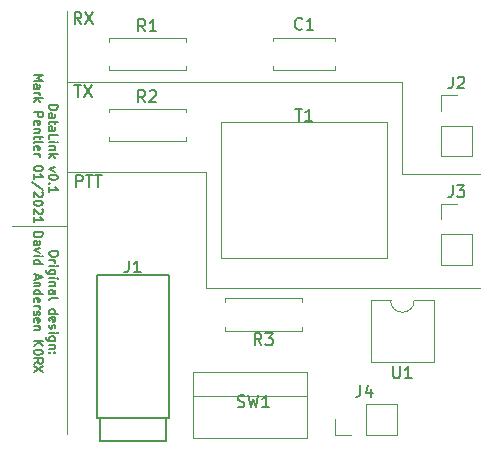
<source format=gbr>
%TF.GenerationSoftware,KiCad,Pcbnew,(5.1.5)-3*%
%TF.CreationDate,2021-04-08T15:18:11+01:00*%
%TF.ProjectId,Data Mode Radio Cable,44617461-204d-46f6-9465-20526164696f,rev?*%
%TF.SameCoordinates,PX2dc6c00PY4d3f640*%
%TF.FileFunction,Legend,Top*%
%TF.FilePolarity,Positive*%
%FSLAX46Y46*%
G04 Gerber Fmt 4.6, Leading zero omitted, Abs format (unit mm)*
G04 Created by KiCad (PCBNEW (5.1.5)-3) date 2021-04-08 15:18:11*
%MOMM*%
%LPD*%
G04 APERTURE LIST*
%ADD10C,0.120000*%
%ADD11C,0.187500*%
%ADD12C,0.150000*%
G04 APERTURE END LIST*
D10*
X5000000Y18200000D02*
X400000Y18200000D01*
X5000000Y600000D02*
X5000000Y36400000D01*
D11*
X4266964Y15960715D02*
X4266964Y15817858D01*
X4231250Y15746429D01*
X4159821Y15675000D01*
X4016964Y15639286D01*
X3766964Y15639286D01*
X3624107Y15675000D01*
X3552678Y15746429D01*
X3516964Y15817858D01*
X3516964Y15960715D01*
X3552678Y16032143D01*
X3624107Y16103572D01*
X3766964Y16139286D01*
X4016964Y16139286D01*
X4159821Y16103572D01*
X4231250Y16032143D01*
X4266964Y15960715D01*
X3516964Y15317858D02*
X4016964Y15317858D01*
X3874107Y15317858D02*
X3945535Y15282143D01*
X3981250Y15246429D01*
X4016964Y15175000D01*
X4016964Y15103572D01*
X3516964Y14853572D02*
X4016964Y14853572D01*
X4266964Y14853572D02*
X4231250Y14889286D01*
X4195535Y14853572D01*
X4231250Y14817858D01*
X4266964Y14853572D01*
X4195535Y14853572D01*
X4016964Y14175000D02*
X3409821Y14175000D01*
X3338392Y14210715D01*
X3302678Y14246429D01*
X3266964Y14317858D01*
X3266964Y14425000D01*
X3302678Y14496429D01*
X3552678Y14175000D02*
X3516964Y14246429D01*
X3516964Y14389286D01*
X3552678Y14460715D01*
X3588392Y14496429D01*
X3659821Y14532143D01*
X3874107Y14532143D01*
X3945535Y14496429D01*
X3981250Y14460715D01*
X4016964Y14389286D01*
X4016964Y14246429D01*
X3981250Y14175000D01*
X3516964Y13817858D02*
X4016964Y13817858D01*
X4266964Y13817858D02*
X4231250Y13853572D01*
X4195535Y13817858D01*
X4231250Y13782143D01*
X4266964Y13817858D01*
X4195535Y13817858D01*
X4016964Y13460715D02*
X3516964Y13460715D01*
X3945535Y13460715D02*
X3981250Y13425000D01*
X4016964Y13353572D01*
X4016964Y13246429D01*
X3981250Y13175000D01*
X3909821Y13139286D01*
X3516964Y13139286D01*
X3516964Y12460715D02*
X3909821Y12460715D01*
X3981250Y12496429D01*
X4016964Y12567858D01*
X4016964Y12710715D01*
X3981250Y12782143D01*
X3552678Y12460715D02*
X3516964Y12532143D01*
X3516964Y12710715D01*
X3552678Y12782143D01*
X3624107Y12817858D01*
X3695535Y12817858D01*
X3766964Y12782143D01*
X3802678Y12710715D01*
X3802678Y12532143D01*
X3838392Y12460715D01*
X3516964Y11996429D02*
X3552678Y12067858D01*
X3624107Y12103572D01*
X4266964Y12103572D01*
X3516964Y10817858D02*
X4266964Y10817858D01*
X3552678Y10817858D02*
X3516964Y10889286D01*
X3516964Y11032143D01*
X3552678Y11103572D01*
X3588392Y11139286D01*
X3659821Y11175000D01*
X3874107Y11175000D01*
X3945535Y11139286D01*
X3981250Y11103572D01*
X4016964Y11032143D01*
X4016964Y10889286D01*
X3981250Y10817858D01*
X3552678Y10175000D02*
X3516964Y10246429D01*
X3516964Y10389286D01*
X3552678Y10460715D01*
X3624107Y10496429D01*
X3909821Y10496429D01*
X3981250Y10460715D01*
X4016964Y10389286D01*
X4016964Y10246429D01*
X3981250Y10175000D01*
X3909821Y10139286D01*
X3838392Y10139286D01*
X3766964Y10496429D01*
X3552678Y9853572D02*
X3516964Y9782143D01*
X3516964Y9639286D01*
X3552678Y9567858D01*
X3624107Y9532143D01*
X3659821Y9532143D01*
X3731250Y9567858D01*
X3766964Y9639286D01*
X3766964Y9746429D01*
X3802678Y9817858D01*
X3874107Y9853572D01*
X3909821Y9853572D01*
X3981250Y9817858D01*
X4016964Y9746429D01*
X4016964Y9639286D01*
X3981250Y9567858D01*
X3516964Y9210715D02*
X4016964Y9210715D01*
X4266964Y9210715D02*
X4231250Y9246429D01*
X4195535Y9210715D01*
X4231250Y9175000D01*
X4266964Y9210715D01*
X4195535Y9210715D01*
X4016964Y8532143D02*
X3409821Y8532143D01*
X3338392Y8567858D01*
X3302678Y8603572D01*
X3266964Y8675000D01*
X3266964Y8782143D01*
X3302678Y8853572D01*
X3552678Y8532143D02*
X3516964Y8603572D01*
X3516964Y8746429D01*
X3552678Y8817858D01*
X3588392Y8853572D01*
X3659821Y8889286D01*
X3874107Y8889286D01*
X3945535Y8853572D01*
X3981250Y8817858D01*
X4016964Y8746429D01*
X4016964Y8603572D01*
X3981250Y8532143D01*
X4016964Y8175000D02*
X3516964Y8175000D01*
X3945535Y8175000D02*
X3981250Y8139286D01*
X4016964Y8067858D01*
X4016964Y7960715D01*
X3981250Y7889286D01*
X3909821Y7853572D01*
X3516964Y7853572D01*
X3588392Y7496429D02*
X3552678Y7460715D01*
X3516964Y7496429D01*
X3552678Y7532143D01*
X3588392Y7496429D01*
X3516964Y7496429D01*
X3981250Y7496429D02*
X3945535Y7460715D01*
X3909821Y7496429D01*
X3945535Y7532143D01*
X3981250Y7496429D01*
X3909821Y7496429D01*
X2204464Y17692858D02*
X2954464Y17692858D01*
X2954464Y17514286D01*
X2918750Y17407143D01*
X2847321Y17335715D01*
X2775892Y17300000D01*
X2633035Y17264286D01*
X2525892Y17264286D01*
X2383035Y17300000D01*
X2311607Y17335715D01*
X2240178Y17407143D01*
X2204464Y17514286D01*
X2204464Y17692858D01*
X2204464Y16621429D02*
X2597321Y16621429D01*
X2668750Y16657143D01*
X2704464Y16728572D01*
X2704464Y16871429D01*
X2668750Y16942858D01*
X2240178Y16621429D02*
X2204464Y16692858D01*
X2204464Y16871429D01*
X2240178Y16942858D01*
X2311607Y16978572D01*
X2383035Y16978572D01*
X2454464Y16942858D01*
X2490178Y16871429D01*
X2490178Y16692858D01*
X2525892Y16621429D01*
X2704464Y16335715D02*
X2204464Y16157143D01*
X2704464Y15978572D01*
X2204464Y15692858D02*
X2704464Y15692858D01*
X2954464Y15692858D02*
X2918750Y15728572D01*
X2883035Y15692858D01*
X2918750Y15657143D01*
X2954464Y15692858D01*
X2883035Y15692858D01*
X2204464Y15014286D02*
X2954464Y15014286D01*
X2240178Y15014286D02*
X2204464Y15085715D01*
X2204464Y15228572D01*
X2240178Y15300000D01*
X2275892Y15335715D01*
X2347321Y15371429D01*
X2561607Y15371429D01*
X2633035Y15335715D01*
X2668750Y15300000D01*
X2704464Y15228572D01*
X2704464Y15085715D01*
X2668750Y15014286D01*
X2418750Y14121429D02*
X2418750Y13764286D01*
X2204464Y14192858D02*
X2954464Y13942858D01*
X2204464Y13692858D01*
X2704464Y13442858D02*
X2204464Y13442858D01*
X2633035Y13442858D02*
X2668750Y13407143D01*
X2704464Y13335715D01*
X2704464Y13228572D01*
X2668750Y13157143D01*
X2597321Y13121429D01*
X2204464Y13121429D01*
X2204464Y12442858D02*
X2954464Y12442858D01*
X2240178Y12442858D02*
X2204464Y12514286D01*
X2204464Y12657143D01*
X2240178Y12728572D01*
X2275892Y12764286D01*
X2347321Y12800000D01*
X2561607Y12800000D01*
X2633035Y12764286D01*
X2668750Y12728572D01*
X2704464Y12657143D01*
X2704464Y12514286D01*
X2668750Y12442858D01*
X2240178Y11800000D02*
X2204464Y11871429D01*
X2204464Y12014286D01*
X2240178Y12085715D01*
X2311607Y12121429D01*
X2597321Y12121429D01*
X2668750Y12085715D01*
X2704464Y12014286D01*
X2704464Y11871429D01*
X2668750Y11800000D01*
X2597321Y11764286D01*
X2525892Y11764286D01*
X2454464Y12121429D01*
X2204464Y11442858D02*
X2704464Y11442858D01*
X2561607Y11442858D02*
X2633035Y11407143D01*
X2668750Y11371429D01*
X2704464Y11300000D01*
X2704464Y11228572D01*
X2240178Y11014286D02*
X2204464Y10942858D01*
X2204464Y10800000D01*
X2240178Y10728572D01*
X2311607Y10692858D01*
X2347321Y10692858D01*
X2418750Y10728572D01*
X2454464Y10800000D01*
X2454464Y10907143D01*
X2490178Y10978572D01*
X2561607Y11014286D01*
X2597321Y11014286D01*
X2668750Y10978572D01*
X2704464Y10907143D01*
X2704464Y10800000D01*
X2668750Y10728572D01*
X2240178Y10085715D02*
X2204464Y10157143D01*
X2204464Y10300000D01*
X2240178Y10371429D01*
X2311607Y10407143D01*
X2597321Y10407143D01*
X2668750Y10371429D01*
X2704464Y10300000D01*
X2704464Y10157143D01*
X2668750Y10085715D01*
X2597321Y10050000D01*
X2525892Y10050000D01*
X2454464Y10407143D01*
X2704464Y9728572D02*
X2204464Y9728572D01*
X2633035Y9728572D02*
X2668750Y9692858D01*
X2704464Y9621429D01*
X2704464Y9514286D01*
X2668750Y9442858D01*
X2597321Y9407143D01*
X2204464Y9407143D01*
X2204464Y8478572D02*
X2954464Y8478572D01*
X2204464Y8050000D02*
X2633035Y8371429D01*
X2954464Y8050000D02*
X2525892Y8478572D01*
X2954464Y7585715D02*
X2954464Y7514286D01*
X2918750Y7442858D01*
X2883035Y7407143D01*
X2811607Y7371429D01*
X2668750Y7335715D01*
X2490178Y7335715D01*
X2347321Y7371429D01*
X2275892Y7407143D01*
X2240178Y7442858D01*
X2204464Y7514286D01*
X2204464Y7585715D01*
X2240178Y7657143D01*
X2275892Y7692858D01*
X2347321Y7728572D01*
X2490178Y7764286D01*
X2668750Y7764286D01*
X2811607Y7728572D01*
X2883035Y7692858D01*
X2918750Y7657143D01*
X2954464Y7585715D01*
X2204464Y6585715D02*
X2561607Y6835715D01*
X2204464Y7014286D02*
X2954464Y7014286D01*
X2954464Y6728572D01*
X2918750Y6657143D01*
X2883035Y6621429D01*
X2811607Y6585715D01*
X2704464Y6585715D01*
X2633035Y6621429D01*
X2597321Y6657143D01*
X2561607Y6728572D01*
X2561607Y7014286D01*
X2954464Y6335715D02*
X2204464Y5835715D01*
X2954464Y5835715D02*
X2204464Y6335715D01*
D12*
X5776190Y21547620D02*
X5776190Y22547620D01*
X6157142Y22547620D01*
X6252380Y22500000D01*
X6300000Y22452381D01*
X6347619Y22357143D01*
X6347619Y22214286D01*
X6300000Y22119048D01*
X6252380Y22071429D01*
X6157142Y22023810D01*
X5776190Y22023810D01*
X6633333Y22547620D02*
X7204761Y22547620D01*
X6919047Y21547620D02*
X6919047Y22547620D01*
X7395238Y22547620D02*
X7966666Y22547620D01*
X7680952Y21547620D02*
X7680952Y22547620D01*
D10*
X16800000Y13000000D02*
X40000000Y13000000D01*
X16800000Y22800000D02*
X16800000Y13000000D01*
X5000000Y22800000D02*
X16800000Y22800000D01*
D12*
X5638095Y30147620D02*
X6209523Y30147620D01*
X5923809Y29147620D02*
X5923809Y30147620D01*
X6447619Y30147620D02*
X7114285Y29147620D01*
X7114285Y30147620D02*
X6447619Y29147620D01*
X6233333Y35347620D02*
X5900000Y35823810D01*
X5661904Y35347620D02*
X5661904Y36347620D01*
X6042857Y36347620D01*
X6138095Y36300000D01*
X6185714Y36252381D01*
X6233333Y36157143D01*
X6233333Y36014286D01*
X6185714Y35919048D01*
X6138095Y35871429D01*
X6042857Y35823810D01*
X5661904Y35823810D01*
X6566666Y36347620D02*
X7233333Y35347620D01*
X7233333Y36347620D02*
X6566666Y35347620D01*
D10*
X33400000Y22600000D02*
X40000000Y22600000D01*
X33400000Y30400000D02*
X33400000Y22600000D01*
X5000000Y30400000D02*
X33400000Y30400000D01*
D12*
X3498214Y28478572D02*
X4248214Y28478572D01*
X4248214Y28300000D01*
X4212500Y28192858D01*
X4141071Y28121429D01*
X4069642Y28085715D01*
X3926785Y28050000D01*
X3819642Y28050000D01*
X3676785Y28085715D01*
X3605357Y28121429D01*
X3533928Y28192858D01*
X3498214Y28300000D01*
X3498214Y28478572D01*
X3498214Y27407143D02*
X3891071Y27407143D01*
X3962500Y27442858D01*
X3998214Y27514286D01*
X3998214Y27657143D01*
X3962500Y27728572D01*
X3533928Y27407143D02*
X3498214Y27478572D01*
X3498214Y27657143D01*
X3533928Y27728572D01*
X3605357Y27764286D01*
X3676785Y27764286D01*
X3748214Y27728572D01*
X3783928Y27657143D01*
X3783928Y27478572D01*
X3819642Y27407143D01*
X3998214Y27157143D02*
X3998214Y26871429D01*
X4248214Y27050000D02*
X3605357Y27050000D01*
X3533928Y27014286D01*
X3498214Y26942858D01*
X3498214Y26871429D01*
X3498214Y26300000D02*
X3891071Y26300000D01*
X3962500Y26335715D01*
X3998214Y26407143D01*
X3998214Y26550000D01*
X3962500Y26621429D01*
X3533928Y26300000D02*
X3498214Y26371429D01*
X3498214Y26550000D01*
X3533928Y26621429D01*
X3605357Y26657143D01*
X3676785Y26657143D01*
X3748214Y26621429D01*
X3783928Y26550000D01*
X3783928Y26371429D01*
X3819642Y26300000D01*
X3498214Y25585715D02*
X3498214Y25942858D01*
X4248214Y25942858D01*
X3498214Y25335715D02*
X3998214Y25335715D01*
X4248214Y25335715D02*
X4212500Y25371429D01*
X4176785Y25335715D01*
X4212500Y25300000D01*
X4248214Y25335715D01*
X4176785Y25335715D01*
X3998214Y24978572D02*
X3498214Y24978572D01*
X3926785Y24978572D02*
X3962500Y24942858D01*
X3998214Y24871429D01*
X3998214Y24764286D01*
X3962500Y24692858D01*
X3891071Y24657143D01*
X3498214Y24657143D01*
X3498214Y24300000D02*
X4248214Y24300000D01*
X3783928Y24228572D02*
X3498214Y24014286D01*
X3998214Y24014286D02*
X3712500Y24300000D01*
X3998214Y23192858D02*
X3498214Y23014286D01*
X3998214Y22835715D01*
X4248214Y22407143D02*
X4248214Y22335715D01*
X4212500Y22264286D01*
X4176785Y22228572D01*
X4105357Y22192858D01*
X3962500Y22157143D01*
X3783928Y22157143D01*
X3641071Y22192858D01*
X3569642Y22228572D01*
X3533928Y22264286D01*
X3498214Y22335715D01*
X3498214Y22407143D01*
X3533928Y22478572D01*
X3569642Y22514286D01*
X3641071Y22550000D01*
X3783928Y22585715D01*
X3962500Y22585715D01*
X4105357Y22550000D01*
X4176785Y22514286D01*
X4212500Y22478572D01*
X4248214Y22407143D01*
X3569642Y21835715D02*
X3533928Y21800000D01*
X3498214Y21835715D01*
X3533928Y21871429D01*
X3569642Y21835715D01*
X3498214Y21835715D01*
X3498214Y21085715D02*
X3498214Y21514286D01*
X3498214Y21300000D02*
X4248214Y21300000D01*
X4141071Y21371429D01*
X4069642Y21442858D01*
X4033928Y21514286D01*
X2223214Y31032143D02*
X2973214Y31032143D01*
X2437500Y30782143D01*
X2973214Y30532143D01*
X2223214Y30532143D01*
X2223214Y29853572D02*
X2616071Y29853572D01*
X2687500Y29889286D01*
X2723214Y29960715D01*
X2723214Y30103572D01*
X2687500Y30175000D01*
X2258928Y29853572D02*
X2223214Y29925000D01*
X2223214Y30103572D01*
X2258928Y30175000D01*
X2330357Y30210715D01*
X2401785Y30210715D01*
X2473214Y30175000D01*
X2508928Y30103572D01*
X2508928Y29925000D01*
X2544642Y29853572D01*
X2223214Y29496429D02*
X2723214Y29496429D01*
X2580357Y29496429D02*
X2651785Y29460715D01*
X2687500Y29425000D01*
X2723214Y29353572D01*
X2723214Y29282143D01*
X2223214Y29032143D02*
X2973214Y29032143D01*
X2508928Y28960715D02*
X2223214Y28746429D01*
X2723214Y28746429D02*
X2437500Y29032143D01*
X2223214Y27853572D02*
X2973214Y27853572D01*
X2973214Y27567858D01*
X2937500Y27496429D01*
X2901785Y27460715D01*
X2830357Y27425000D01*
X2723214Y27425000D01*
X2651785Y27460715D01*
X2616071Y27496429D01*
X2580357Y27567858D01*
X2580357Y27853572D01*
X2258928Y26817858D02*
X2223214Y26889286D01*
X2223214Y27032143D01*
X2258928Y27103572D01*
X2330357Y27139286D01*
X2616071Y27139286D01*
X2687500Y27103572D01*
X2723214Y27032143D01*
X2723214Y26889286D01*
X2687500Y26817858D01*
X2616071Y26782143D01*
X2544642Y26782143D01*
X2473214Y27139286D01*
X2723214Y26460715D02*
X2223214Y26460715D01*
X2651785Y26460715D02*
X2687500Y26425000D01*
X2723214Y26353572D01*
X2723214Y26246429D01*
X2687500Y26175000D01*
X2616071Y26139286D01*
X2223214Y26139286D01*
X2723214Y25889286D02*
X2723214Y25603572D01*
X2973214Y25782143D02*
X2330357Y25782143D01*
X2258928Y25746429D01*
X2223214Y25675000D01*
X2223214Y25603572D01*
X2223214Y25246429D02*
X2258928Y25317858D01*
X2330357Y25353572D01*
X2973214Y25353572D01*
X2258928Y24675000D02*
X2223214Y24746429D01*
X2223214Y24889286D01*
X2258928Y24960715D01*
X2330357Y24996429D01*
X2616071Y24996429D01*
X2687500Y24960715D01*
X2723214Y24889286D01*
X2723214Y24746429D01*
X2687500Y24675000D01*
X2616071Y24639286D01*
X2544642Y24639286D01*
X2473214Y24996429D01*
X2223214Y24317858D02*
X2723214Y24317858D01*
X2580357Y24317858D02*
X2651785Y24282143D01*
X2687500Y24246429D01*
X2723214Y24175000D01*
X2723214Y24103572D01*
X2973214Y23139286D02*
X2973214Y23067858D01*
X2937500Y22996429D01*
X2901785Y22960715D01*
X2830357Y22925000D01*
X2687500Y22889286D01*
X2508928Y22889286D01*
X2366071Y22925000D01*
X2294642Y22960715D01*
X2258928Y22996429D01*
X2223214Y23067858D01*
X2223214Y23139286D01*
X2258928Y23210715D01*
X2294642Y23246429D01*
X2366071Y23282143D01*
X2508928Y23317858D01*
X2687500Y23317858D01*
X2830357Y23282143D01*
X2901785Y23246429D01*
X2937500Y23210715D01*
X2973214Y23139286D01*
X2223214Y22175000D02*
X2223214Y22603572D01*
X2223214Y22389286D02*
X2973214Y22389286D01*
X2866071Y22460715D01*
X2794642Y22532143D01*
X2758928Y22603572D01*
X3008928Y21317858D02*
X2044642Y21960715D01*
X2901785Y21103572D02*
X2937500Y21067858D01*
X2973214Y20996429D01*
X2973214Y20817858D01*
X2937500Y20746429D01*
X2901785Y20710715D01*
X2830357Y20675000D01*
X2758928Y20675000D01*
X2651785Y20710715D01*
X2223214Y21139286D01*
X2223214Y20675000D01*
X2973214Y20210715D02*
X2973214Y20139286D01*
X2937500Y20067858D01*
X2901785Y20032143D01*
X2830357Y19996429D01*
X2687500Y19960715D01*
X2508928Y19960715D01*
X2366071Y19996429D01*
X2294642Y20032143D01*
X2258928Y20067858D01*
X2223214Y20139286D01*
X2223214Y20210715D01*
X2258928Y20282143D01*
X2294642Y20317858D01*
X2366071Y20353572D01*
X2508928Y20389286D01*
X2687500Y20389286D01*
X2830357Y20353572D01*
X2901785Y20317858D01*
X2937500Y20282143D01*
X2973214Y20210715D01*
X2901785Y19675000D02*
X2937500Y19639286D01*
X2973214Y19567858D01*
X2973214Y19389286D01*
X2937500Y19317858D01*
X2901785Y19282143D01*
X2830357Y19246429D01*
X2758928Y19246429D01*
X2651785Y19282143D01*
X2223214Y19710715D01*
X2223214Y19246429D01*
X2223214Y18532143D02*
X2223214Y18960715D01*
X2223214Y18746429D02*
X2973214Y18746429D01*
X2866071Y18817858D01*
X2794642Y18889286D01*
X2758928Y18960715D01*
%TO.C,J1*%
X7800000Y0D02*
X13400000Y0D01*
X13400000Y2000000D02*
X13400000Y0D01*
X7800000Y2000000D02*
X7800000Y0D01*
X13650000Y2000000D02*
X13650000Y14100000D01*
X7550000Y2000000D02*
X7550000Y14100000D01*
X7550000Y14100000D02*
X13650000Y14100000D01*
X7550000Y2000000D02*
X13650000Y2000000D01*
D10*
%TO.C,T1*%
X18100000Y27000000D02*
X18100000Y15500000D01*
X32100000Y27000000D02*
X18100000Y27000000D01*
X32100000Y15500000D02*
X32100000Y27000000D01*
X18100000Y15500000D02*
X32100000Y15500000D01*
%TO.C,R3*%
X18390000Y11790000D02*
X18390000Y12120000D01*
X18390000Y12120000D02*
X24930000Y12120000D01*
X24930000Y12120000D02*
X24930000Y11790000D01*
X18390000Y9710000D02*
X18390000Y9380000D01*
X18390000Y9380000D02*
X24930000Y9380000D01*
X24930000Y9380000D02*
X24930000Y9710000D01*
%TO.C,R2*%
X8540000Y27840000D02*
X8540000Y28170000D01*
X8540000Y28170000D02*
X15080000Y28170000D01*
X15080000Y28170000D02*
X15080000Y27840000D01*
X8540000Y25760000D02*
X8540000Y25430000D01*
X8540000Y25430000D02*
X15080000Y25430000D01*
X15080000Y25430000D02*
X15080000Y25760000D01*
%TO.C,C1*%
X22480000Y34170000D02*
X27720000Y34170000D01*
X22480000Y31430000D02*
X27720000Y31430000D01*
X22480000Y34170000D02*
X22480000Y33855000D01*
X22480000Y31745000D02*
X22480000Y31430000D01*
X27720000Y34170000D02*
X27720000Y33855000D01*
X27720000Y31745000D02*
X27720000Y31430000D01*
%TO.C,J2*%
X36670000Y29330000D02*
X38000000Y29330000D01*
X36670000Y28000000D02*
X36670000Y29330000D01*
X36670000Y26730000D02*
X39330000Y26730000D01*
X39330000Y26730000D02*
X39330000Y24130000D01*
X36670000Y26730000D02*
X36670000Y24130000D01*
X36670000Y24130000D02*
X39330000Y24130000D01*
%TO.C,J3*%
X36670000Y14930000D02*
X39330000Y14930000D01*
X36670000Y17530000D02*
X36670000Y14930000D01*
X39330000Y17530000D02*
X39330000Y14930000D01*
X36670000Y17530000D02*
X39330000Y17530000D01*
X36670000Y18800000D02*
X36670000Y20130000D01*
X36670000Y20130000D02*
X38000000Y20130000D01*
%TO.C,R1*%
X15080000Y31430000D02*
X15080000Y31760000D01*
X8540000Y31430000D02*
X15080000Y31430000D01*
X8540000Y31760000D02*
X8540000Y31430000D01*
X15080000Y34170000D02*
X15080000Y33840000D01*
X8540000Y34170000D02*
X15080000Y34170000D01*
X8540000Y33840000D02*
X8540000Y34170000D01*
%TO.C,U1*%
X34410000Y11930000D02*
G75*
G02X32410000Y11930000I-1000000J0D01*
G01*
X32410000Y11930000D02*
X30760000Y11930000D01*
X30760000Y11930000D02*
X30760000Y6730000D01*
X30760000Y6730000D02*
X36060000Y6730000D01*
X36060000Y6730000D02*
X36060000Y11930000D01*
X36060000Y11930000D02*
X34410000Y11930000D01*
%TO.C,J4*%
X32920000Y520000D02*
X32920000Y3180000D01*
X30320000Y520000D02*
X32920000Y520000D01*
X30320000Y3180000D02*
X32920000Y3180000D01*
X30320000Y520000D02*
X30320000Y3180000D01*
X29050000Y520000D02*
X27720000Y520000D01*
X27720000Y520000D02*
X27720000Y1850000D01*
%TO.C,SW1*%
X15724000Y5894000D02*
X15724000Y306000D01*
X25376000Y3862000D02*
X15724000Y3862000D01*
X25376000Y306000D02*
X25376000Y5894000D01*
X25376000Y5894000D02*
X15724000Y5894000D01*
X15724000Y306000D02*
X25376000Y306000D01*
%TO.C,J1*%
D12*
X10266666Y15297620D02*
X10266666Y14583334D01*
X10219047Y14440477D01*
X10123809Y14345239D01*
X9980952Y14297620D01*
X9885714Y14297620D01*
X11266666Y14297620D02*
X10695238Y14297620D01*
X10980952Y14297620D02*
X10980952Y15297620D01*
X10885714Y15154762D01*
X10790476Y15059524D01*
X10695238Y15011905D01*
%TO.C,T1*%
X24338095Y28147620D02*
X24909523Y28147620D01*
X24623809Y27147620D02*
X24623809Y28147620D01*
X25766666Y27147620D02*
X25195238Y27147620D01*
X25480952Y27147620D02*
X25480952Y28147620D01*
X25385714Y28004762D01*
X25290476Y27909524D01*
X25195238Y27861905D01*
%TO.C,R3*%
X21483333Y8147620D02*
X21150000Y8623810D01*
X20911904Y8147620D02*
X20911904Y9147620D01*
X21292857Y9147620D01*
X21388095Y9100000D01*
X21435714Y9052381D01*
X21483333Y8957143D01*
X21483333Y8814286D01*
X21435714Y8719048D01*
X21388095Y8671429D01*
X21292857Y8623810D01*
X20911904Y8623810D01*
X21816666Y9147620D02*
X22435714Y9147620D01*
X22102380Y8766667D01*
X22245238Y8766667D01*
X22340476Y8719048D01*
X22388095Y8671429D01*
X22435714Y8576191D01*
X22435714Y8338096D01*
X22388095Y8242858D01*
X22340476Y8195239D01*
X22245238Y8147620D01*
X21959523Y8147620D01*
X21864285Y8195239D01*
X21816666Y8242858D01*
%TO.C,R2*%
X11643333Y28717620D02*
X11310000Y29193810D01*
X11071904Y28717620D02*
X11071904Y29717620D01*
X11452857Y29717620D01*
X11548095Y29670000D01*
X11595714Y29622381D01*
X11643333Y29527143D01*
X11643333Y29384286D01*
X11595714Y29289048D01*
X11548095Y29241429D01*
X11452857Y29193810D01*
X11071904Y29193810D01*
X12024285Y29622381D02*
X12071904Y29670000D01*
X12167142Y29717620D01*
X12405238Y29717620D01*
X12500476Y29670000D01*
X12548095Y29622381D01*
X12595714Y29527143D01*
X12595714Y29431905D01*
X12548095Y29289048D01*
X11976666Y28717620D01*
X12595714Y28717620D01*
%TO.C,C1*%
X24933333Y34942858D02*
X24885714Y34895239D01*
X24742857Y34847620D01*
X24647619Y34847620D01*
X24504761Y34895239D01*
X24409523Y34990477D01*
X24361904Y35085715D01*
X24314285Y35276191D01*
X24314285Y35419048D01*
X24361904Y35609524D01*
X24409523Y35704762D01*
X24504761Y35800000D01*
X24647619Y35847620D01*
X24742857Y35847620D01*
X24885714Y35800000D01*
X24933333Y35752381D01*
X25885714Y34847620D02*
X25314285Y34847620D01*
X25600000Y34847620D02*
X25600000Y35847620D01*
X25504761Y35704762D01*
X25409523Y35609524D01*
X25314285Y35561905D01*
%TO.C,J2*%
X37666666Y30877620D02*
X37666666Y30163334D01*
X37619047Y30020477D01*
X37523809Y29925239D01*
X37380952Y29877620D01*
X37285714Y29877620D01*
X38095238Y30782381D02*
X38142857Y30830000D01*
X38238095Y30877620D01*
X38476190Y30877620D01*
X38571428Y30830000D01*
X38619047Y30782381D01*
X38666666Y30687143D01*
X38666666Y30591905D01*
X38619047Y30449048D01*
X38047619Y29877620D01*
X38666666Y29877620D01*
%TO.C,J3*%
X37666666Y21677620D02*
X37666666Y20963334D01*
X37619047Y20820477D01*
X37523809Y20725239D01*
X37380952Y20677620D01*
X37285714Y20677620D01*
X38047619Y21677620D02*
X38666666Y21677620D01*
X38333333Y21296667D01*
X38476190Y21296667D01*
X38571428Y21249048D01*
X38619047Y21201429D01*
X38666666Y21106191D01*
X38666666Y20868096D01*
X38619047Y20772858D01*
X38571428Y20725239D01*
X38476190Y20677620D01*
X38190476Y20677620D01*
X38095238Y20725239D01*
X38047619Y20772858D01*
%TO.C,R1*%
X11643333Y34717620D02*
X11310000Y35193810D01*
X11071904Y34717620D02*
X11071904Y35717620D01*
X11452857Y35717620D01*
X11548095Y35670000D01*
X11595714Y35622381D01*
X11643333Y35527143D01*
X11643333Y35384286D01*
X11595714Y35289048D01*
X11548095Y35241429D01*
X11452857Y35193810D01*
X11071904Y35193810D01*
X12595714Y34717620D02*
X12024285Y34717620D01*
X12310000Y34717620D02*
X12310000Y35717620D01*
X12214761Y35574762D01*
X12119523Y35479524D01*
X12024285Y35431905D01*
%TO.C,U1*%
X32638095Y6347620D02*
X32638095Y5538096D01*
X32685714Y5442858D01*
X32733333Y5395239D01*
X32828571Y5347620D01*
X33019047Y5347620D01*
X33114285Y5395239D01*
X33161904Y5442858D01*
X33209523Y5538096D01*
X33209523Y6347620D01*
X34209523Y5347620D02*
X33638095Y5347620D01*
X33923809Y5347620D02*
X33923809Y6347620D01*
X33828571Y6204762D01*
X33733333Y6109524D01*
X33638095Y6061905D01*
%TO.C,J4*%
X29866666Y4747620D02*
X29866666Y4033334D01*
X29819047Y3890477D01*
X29723809Y3795239D01*
X29580952Y3747620D01*
X29485714Y3747620D01*
X30771428Y4414286D02*
X30771428Y3747620D01*
X30533333Y4795239D02*
X30295238Y4080953D01*
X30914285Y4080953D01*
%TO.C,SW1*%
X19470666Y2941239D02*
X19613523Y2893620D01*
X19851619Y2893620D01*
X19946857Y2941239D01*
X19994476Y2988858D01*
X20042095Y3084096D01*
X20042095Y3179334D01*
X19994476Y3274572D01*
X19946857Y3322191D01*
X19851619Y3369810D01*
X19661142Y3417429D01*
X19565904Y3465048D01*
X19518285Y3512667D01*
X19470666Y3607905D01*
X19470666Y3703143D01*
X19518285Y3798381D01*
X19565904Y3846000D01*
X19661142Y3893620D01*
X19899238Y3893620D01*
X20042095Y3846000D01*
X20375428Y3893620D02*
X20613523Y2893620D01*
X20804000Y3607905D01*
X20994476Y2893620D01*
X21232571Y3893620D01*
X22137333Y2893620D02*
X21565904Y2893620D01*
X21851619Y2893620D02*
X21851619Y3893620D01*
X21756380Y3750762D01*
X21661142Y3655524D01*
X21565904Y3607905D01*
%TD*%
M02*

</source>
